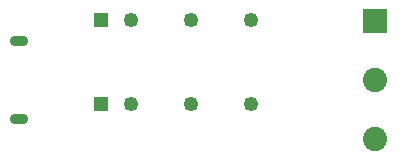
<source format=gbs>
%FSLAX33Y33*%
%MOMM*%
%AMRect-W1250000-H1250000-RO1.500*
21,1,1.25,1.25,0.,0.,90*%
%AMRect-W2049999-H2049999-RO0.500*
21,1,2.049999,2.049999,0.,0.,270*%
%AMRR-H1600000-W900000-R450000-RO0.500*
21,1,0.9,0.7,0.,0.,270*
1,1,0.9,0.35,0.*
1,1,0.9,0.35,-0.*
1,1,0.9,-0.35,-0.*
1,1,0.9,-0.35,0.*%
%ADD10C,1.25*%
%ADD11Rect-W1250000-H1250000-RO1.500*%
%ADD12C,2.049999*%
%ADD13Rect-W2049999-H2049999-RO0.500*%
%ADD14RR-H1600000-W900000-R450000-RO0.500*%
D10*
%LNbottom solder mask_traces*%
%LNbottom solder mask component 852c16e91e281c0c*%
G01*
X10920Y6450D03*
X16000Y6450D03*
X21080Y6450D03*
D11*
X8380Y6450D03*
%LNbottom solder mask component 0582472eb7ed9473*%
D12*
X31600Y8500D03*
X31600Y3500D03*
D13*
X31600Y13500D03*
%LNbottom solder mask component 20d0d3cf041d0b83*%
D10*
X10920Y13600D03*
X16000Y13600D03*
X21080Y13600D03*
D11*
X8380Y13600D03*
%LNbottom solder mask component 31c3a01e58ece666*%
D14*
X1425Y11800D03*
X1425Y5200D03*
M02*
</source>
